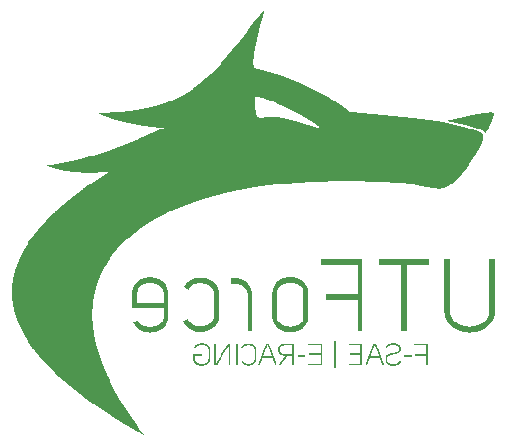
<source format=gbo>
G04*
G04 #@! TF.GenerationSoftware,Altium Limited,Altium Designer,19.0.10 (269)*
G04*
G04 Layer_Color=32896*
%FSLAX25Y25*%
%MOIN*%
G70*
G01*
G75*
G36*
X359536Y252413D02*
X360180D01*
Y252091D01*
Y251769D01*
Y251448D01*
X359858D01*
Y251126D01*
Y250804D01*
Y250483D01*
X359536D01*
Y250161D01*
Y249839D01*
Y249517D01*
X359215D01*
Y249196D01*
Y248874D01*
X358893D01*
Y248552D01*
Y248231D01*
X358571D01*
Y247909D01*
Y247587D01*
Y247266D01*
X358249D01*
Y246944D01*
Y246622D01*
X357928D01*
Y246301D01*
X357606D01*
Y245979D01*
Y245657D01*
X357284D01*
Y245979D01*
X356963D01*
Y246301D01*
X356641D01*
Y246622D01*
X355998D01*
Y246944D01*
X355355D01*
Y247266D01*
X354390D01*
Y247587D01*
X353425D01*
Y247909D01*
X352460D01*
Y248231D01*
X351173D01*
Y248552D01*
X349886D01*
Y248874D01*
X348278D01*
Y249196D01*
X346991D01*
Y249517D01*
X345383D01*
Y249839D01*
X345061D01*
Y250161D01*
X346670D01*
Y250483D01*
X347956D01*
Y250804D01*
X349565D01*
Y251126D01*
X350851D01*
Y251448D01*
X352460D01*
Y251769D01*
X354068D01*
Y252091D01*
X355998D01*
Y252413D01*
X358571D01*
Y252734D01*
X359536D01*
Y252413D01*
D02*
G37*
G36*
X283623Y286188D02*
Y285866D01*
Y285544D01*
X283301D01*
Y285223D01*
Y284901D01*
Y284579D01*
Y284258D01*
X282980D01*
Y283936D01*
Y283614D01*
Y283293D01*
Y282971D01*
X282658D01*
Y282649D01*
Y282328D01*
Y282006D01*
X282336D01*
Y281684D01*
Y281363D01*
Y281041D01*
Y280719D01*
X282015D01*
Y280398D01*
Y280076D01*
Y279754D01*
Y279433D01*
Y279111D01*
X281693D01*
Y278789D01*
Y278467D01*
Y278146D01*
Y277824D01*
X281371D01*
Y277502D01*
Y277181D01*
Y276859D01*
Y276537D01*
Y276216D01*
X281050D01*
Y275894D01*
Y275572D01*
Y275251D01*
Y274929D01*
X280728D01*
Y274607D01*
Y274286D01*
Y273964D01*
Y273642D01*
Y273321D01*
Y272999D01*
X280406D01*
Y272677D01*
Y272356D01*
Y272034D01*
Y271712D01*
Y271391D01*
Y271069D01*
Y270747D01*
Y270426D01*
X280085D01*
Y270104D01*
Y269782D01*
Y269461D01*
Y269139D01*
Y268817D01*
Y268496D01*
X280406D01*
Y268174D01*
Y267852D01*
Y267531D01*
X281050D01*
Y267209D01*
X282336D01*
Y266887D01*
X283623D01*
Y266566D01*
X284588D01*
Y266244D01*
X285875D01*
Y265922D01*
X286840D01*
Y265601D01*
X287483D01*
Y265279D01*
X288448D01*
Y264957D01*
X289413D01*
Y264636D01*
X290378D01*
Y264314D01*
X291021D01*
Y263993D01*
X291986D01*
Y263671D01*
X292630D01*
Y263349D01*
X293595D01*
Y263028D01*
X294238D01*
Y262706D01*
X295203D01*
Y262384D01*
X295846D01*
Y262063D01*
X296490D01*
Y261741D01*
X297455D01*
Y261419D01*
X298098D01*
Y261098D01*
X298741D01*
Y260776D01*
X299385D01*
Y260454D01*
X300028D01*
Y260133D01*
X300671D01*
Y259811D01*
X301315D01*
Y259489D01*
X301958D01*
Y259168D01*
X302601D01*
Y258846D01*
X303245D01*
Y258524D01*
X303888D01*
Y258203D01*
X304531D01*
Y257881D01*
X305175D01*
Y257559D01*
X305496D01*
Y257238D01*
X306140D01*
Y256916D01*
X306783D01*
Y256594D01*
X307105D01*
Y256273D01*
X307748D01*
Y255951D01*
X308070D01*
Y255629D01*
X308713D01*
Y255308D01*
X309035D01*
Y254986D01*
X309678D01*
Y254664D01*
X310000D01*
Y254343D01*
X310321D01*
Y254021D01*
X310965D01*
Y253699D01*
X311286D01*
Y253378D01*
X311608D01*
Y253056D01*
X311930D01*
Y252734D01*
X314503D01*
Y252413D01*
X318041D01*
Y252091D01*
X321580D01*
Y251769D01*
X325118D01*
Y251448D01*
X328335D01*
Y251126D01*
X331551D01*
Y250804D01*
X334768D01*
Y250483D01*
X337341D01*
Y250161D01*
X339915D01*
Y249839D01*
X342166D01*
Y249517D01*
X344096D01*
Y249196D01*
X345383D01*
Y248874D01*
X346670D01*
Y248552D01*
X347956D01*
Y248231D01*
X349243D01*
Y247909D01*
X350530D01*
Y247587D01*
X351495D01*
Y247266D01*
X352460D01*
Y246944D01*
X353746D01*
Y246622D01*
X354711D01*
Y246301D01*
X355355D01*
Y245979D01*
X355998D01*
Y245657D01*
X356319D01*
Y245336D01*
X356641D01*
Y245014D01*
Y244692D01*
Y244371D01*
Y244049D01*
Y243727D01*
Y243406D01*
Y243084D01*
X356319D01*
Y242762D01*
Y242441D01*
Y242119D01*
X355998D01*
Y241797D01*
Y241476D01*
X355676D01*
Y241154D01*
Y240832D01*
X355355D01*
Y240511D01*
Y240189D01*
X355033D01*
Y239867D01*
X354711D01*
Y239546D01*
Y239224D01*
X354390D01*
Y238902D01*
Y238581D01*
X354068D01*
Y238259D01*
Y237937D01*
X353746D01*
Y237616D01*
X353425D01*
Y237294D01*
Y236972D01*
X353103D01*
Y236651D01*
X352781D01*
Y236329D01*
Y236007D01*
X352460D01*
Y235686D01*
X352138D01*
Y235364D01*
Y235043D01*
X351816D01*
Y234721D01*
X351495D01*
Y234399D01*
X351173D01*
Y234078D01*
Y233756D01*
X350851D01*
Y233434D01*
X350530D01*
Y233113D01*
X350208D01*
Y232791D01*
X349886D01*
Y232469D01*
X349565D01*
Y232148D01*
Y231826D01*
X349243D01*
Y231504D01*
X348921D01*
Y231183D01*
X348600D01*
Y230861D01*
X348278D01*
Y230539D01*
X347956D01*
Y230218D01*
X347635D01*
Y229896D01*
X347313D01*
Y229574D01*
X346991D01*
Y229253D01*
X346670D01*
Y228931D01*
X346026D01*
Y228609D01*
X345705D01*
Y228288D01*
X345383D01*
Y227966D01*
X344740D01*
Y227644D01*
X344096D01*
Y227323D01*
X342810D01*
Y227001D01*
X341201D01*
Y227323D01*
X338950D01*
Y227644D01*
X337020D01*
Y227966D01*
X335411D01*
Y228288D01*
X334125D01*
Y228609D01*
X332516D01*
Y228931D01*
X330908D01*
Y229253D01*
X325761D01*
Y229574D01*
X317398D01*
Y229896D01*
X304853D01*
Y229574D01*
X297455D01*
Y229253D01*
X292951D01*
Y228931D01*
X289413D01*
Y228609D01*
X286518D01*
Y228288D01*
X283945D01*
Y227966D01*
X281693D01*
Y227644D01*
X279763D01*
Y227323D01*
X277833D01*
Y227001D01*
X276225D01*
Y226679D01*
X274295D01*
Y226358D01*
X273008D01*
Y226036D01*
X271400D01*
Y225714D01*
X270113D01*
Y225393D01*
X268826D01*
Y225071D01*
X267540D01*
Y224749D01*
X266253D01*
Y224428D01*
X265288D01*
Y224106D01*
X264001D01*
Y223784D01*
X263036D01*
Y223463D01*
X262071D01*
Y223141D01*
X261106D01*
Y222819D01*
X260141D01*
Y222498D01*
X259176D01*
Y222176D01*
X258211D01*
Y221854D01*
X257246D01*
Y221533D01*
X256603D01*
Y221211D01*
X255638D01*
Y220889D01*
X254995D01*
Y220567D01*
X254030D01*
Y220246D01*
X253386D01*
Y219924D01*
X252743D01*
Y219602D01*
X252100D01*
Y219281D01*
X251456D01*
Y218959D01*
X250813D01*
Y218637D01*
X250170D01*
Y218316D01*
X249526D01*
Y217994D01*
X248883D01*
Y217672D01*
X248240D01*
Y217351D01*
X247596D01*
Y217029D01*
X246953D01*
Y216707D01*
X246631D01*
Y216386D01*
X245988D01*
Y216064D01*
X245345D01*
Y215742D01*
X245023D01*
Y215421D01*
X244380D01*
Y215099D01*
X244058D01*
Y214777D01*
X243415D01*
Y214456D01*
X243093D01*
Y214134D01*
X242450D01*
Y213812D01*
X242128D01*
Y213491D01*
X241485D01*
Y213169D01*
X241163D01*
Y212847D01*
X240841D01*
Y212526D01*
X240198D01*
Y212204D01*
X239876D01*
Y211882D01*
X239555D01*
Y211561D01*
X239233D01*
Y211239D01*
X238911D01*
Y210917D01*
X238268D01*
Y210596D01*
X237946D01*
Y210274D01*
X237625D01*
Y209952D01*
X237303D01*
Y209631D01*
X236981D01*
Y209309D01*
X236660D01*
Y208987D01*
X236338D01*
Y208666D01*
X236016D01*
Y208344D01*
X235695D01*
Y208022D01*
X235373D01*
Y207701D01*
X235051D01*
Y207379D01*
X234730D01*
Y207057D01*
Y206736D01*
X234408D01*
Y206414D01*
X234086D01*
Y206093D01*
X233765D01*
Y205771D01*
X233443D01*
Y205449D01*
X233121D01*
Y205128D01*
Y204806D01*
X232800D01*
Y204484D01*
X232478D01*
Y204163D01*
Y203841D01*
X232156D01*
Y203519D01*
X231835D01*
Y203198D01*
X231513D01*
Y202876D01*
Y202554D01*
X231191D01*
Y202233D01*
Y201911D01*
X230870D01*
Y201589D01*
X230548D01*
Y201268D01*
Y200946D01*
X230226D01*
Y200624D01*
Y200303D01*
X229905D01*
Y199981D01*
Y199659D01*
X229583D01*
Y199337D01*
Y199016D01*
X229261D01*
Y198694D01*
Y198372D01*
X228940D01*
Y198051D01*
Y197729D01*
Y197407D01*
X228618D01*
Y197086D01*
Y196764D01*
X228296D01*
Y196442D01*
Y196121D01*
Y195799D01*
X227975D01*
Y195477D01*
Y195156D01*
Y194834D01*
X227653D01*
Y194512D01*
Y194191D01*
Y193869D01*
Y193547D01*
X227331D01*
Y193226D01*
Y192904D01*
Y192582D01*
Y192261D01*
X227010D01*
Y191939D01*
Y191618D01*
Y191296D01*
Y190974D01*
Y190653D01*
Y190331D01*
X226688D01*
Y190009D01*
Y189688D01*
Y189366D01*
Y189044D01*
Y188723D01*
Y188401D01*
Y188079D01*
Y187758D01*
Y187436D01*
Y187114D01*
X226366D01*
Y186793D01*
Y186471D01*
Y186149D01*
Y185828D01*
Y185506D01*
Y185184D01*
Y184862D01*
Y184541D01*
Y184219D01*
Y183897D01*
Y183576D01*
Y183254D01*
X226688D01*
Y182932D01*
Y182611D01*
Y182289D01*
Y181967D01*
Y181646D01*
Y181324D01*
Y181002D01*
Y180681D01*
Y180359D01*
Y180037D01*
X227010D01*
Y179716D01*
Y179394D01*
Y179072D01*
Y178751D01*
Y178429D01*
Y178108D01*
Y177786D01*
X227331D01*
Y177464D01*
Y177143D01*
Y176821D01*
Y176499D01*
Y176178D01*
X227653D01*
Y175856D01*
Y175534D01*
Y175213D01*
Y174891D01*
X227975D01*
Y174569D01*
Y174248D01*
Y173926D01*
Y173604D01*
X228296D01*
Y173283D01*
Y172961D01*
Y172639D01*
X228618D01*
Y172318D01*
Y171996D01*
Y171674D01*
X228940D01*
Y171353D01*
Y171031D01*
Y170709D01*
X229261D01*
Y170387D01*
Y170066D01*
Y169744D01*
X229583D01*
Y169422D01*
Y169101D01*
Y168779D01*
X229905D01*
Y168457D01*
Y168136D01*
X230226D01*
Y167814D01*
Y167492D01*
Y167171D01*
X230548D01*
Y166849D01*
Y166527D01*
X230870D01*
Y166206D01*
Y165884D01*
X231191D01*
Y165562D01*
Y165241D01*
Y164919D01*
X231513D01*
Y164597D01*
Y164276D01*
X231835D01*
Y163954D01*
Y163633D01*
X232156D01*
Y163311D01*
Y162989D01*
X232478D01*
Y162668D01*
Y162346D01*
X232800D01*
Y162024D01*
Y161703D01*
X233121D01*
Y161381D01*
Y161059D01*
X233443D01*
Y160738D01*
Y160416D01*
X233765D01*
Y160094D01*
Y159773D01*
X234086D01*
Y159451D01*
Y159129D01*
X234408D01*
Y158808D01*
X234730D01*
Y158486D01*
Y158164D01*
X235051D01*
Y157843D01*
Y157521D01*
X235373D01*
Y157199D01*
Y156878D01*
X235695D01*
Y156556D01*
X236016D01*
Y156234D01*
Y155912D01*
X236338D01*
Y155591D01*
X236660D01*
Y155269D01*
Y154947D01*
X236981D01*
Y154626D01*
Y154304D01*
X237303D01*
Y153982D01*
X237625D01*
Y153661D01*
Y153339D01*
X237946D01*
Y153017D01*
X238268D01*
Y152696D01*
Y152374D01*
X238590D01*
Y152052D01*
X238911D01*
Y151731D01*
Y151409D01*
X239233D01*
Y151087D01*
X239555D01*
Y150766D01*
Y150444D01*
X239876D01*
Y150122D01*
X240198D01*
Y149801D01*
X240520D01*
Y149479D01*
Y149158D01*
X240841D01*
Y148836D01*
X241163D01*
Y148514D01*
Y148193D01*
X241485D01*
Y147871D01*
X241806D01*
Y147549D01*
X242128D01*
Y147228D01*
Y146906D01*
X242450D01*
Y146584D01*
X242771D01*
Y146263D01*
X243093D01*
Y145941D01*
Y145619D01*
X243415D01*
Y145298D01*
X243736D01*
Y144976D01*
X243415D01*
Y145298D01*
X242771D01*
Y145619D01*
X242450D01*
Y145941D01*
X241806D01*
Y146263D01*
X241163D01*
Y146584D01*
X240520D01*
Y146906D01*
X240198D01*
Y147228D01*
X239555D01*
Y147549D01*
X238911D01*
Y147871D01*
X238590D01*
Y148193D01*
X237946D01*
Y148514D01*
X237303D01*
Y148836D01*
X236660D01*
Y149158D01*
X236338D01*
Y149479D01*
X235695D01*
Y149801D01*
X235373D01*
Y150122D01*
X234730D01*
Y150444D01*
X234086D01*
Y150766D01*
X233765D01*
Y151087D01*
X233121D01*
Y151409D01*
X232800D01*
Y151731D01*
X232156D01*
Y152052D01*
X231513D01*
Y152374D01*
X231191D01*
Y152696D01*
X230548D01*
Y153017D01*
X230226D01*
Y153339D01*
X229583D01*
Y153661D01*
X229261D01*
Y153982D01*
X228618D01*
Y154304D01*
X228296D01*
Y154626D01*
X227653D01*
Y154947D01*
X227331D01*
Y155269D01*
X227010D01*
Y155591D01*
X226366D01*
Y155912D01*
X226045D01*
Y156234D01*
X225401D01*
Y156556D01*
X225080D01*
Y156878D01*
X224758D01*
Y157199D01*
X224115D01*
Y157521D01*
X223793D01*
Y157843D01*
X223150D01*
Y158164D01*
X222828D01*
Y158486D01*
X222506D01*
Y158808D01*
X221863D01*
Y159129D01*
X221541D01*
Y159451D01*
X221220D01*
Y159773D01*
X220898D01*
Y160094D01*
X220255D01*
Y160416D01*
X219933D01*
Y160738D01*
X219611D01*
Y161059D01*
X219290D01*
Y161381D01*
X218646D01*
Y161703D01*
X218325D01*
Y162024D01*
X218003D01*
Y162346D01*
X217681D01*
Y162668D01*
X217360D01*
Y162989D01*
X216716D01*
Y163311D01*
X216395D01*
Y163633D01*
X216073D01*
Y163954D01*
X215751D01*
Y164276D01*
X215430D01*
Y164597D01*
X215108D01*
Y164919D01*
X214786D01*
Y165241D01*
X214465D01*
Y165562D01*
X214143D01*
Y165884D01*
X213821D01*
Y166206D01*
X213500D01*
Y166527D01*
X213178D01*
Y166849D01*
X212856D01*
Y167171D01*
X212535D01*
Y167492D01*
X212213D01*
Y167814D01*
X211891D01*
Y168136D01*
X211570D01*
Y168457D01*
X211248D01*
Y168779D01*
X210926D01*
Y169101D01*
X210605D01*
Y169422D01*
X210283D01*
Y169744D01*
X209961D01*
Y170066D01*
X209640D01*
Y170387D01*
X209318D01*
Y170709D01*
X208996D01*
Y171031D01*
X208675D01*
Y171353D01*
Y171674D01*
X208353D01*
Y171996D01*
X208031D01*
Y172318D01*
X207710D01*
Y172639D01*
X207388D01*
Y172961D01*
Y173283D01*
X207066D01*
Y173604D01*
X206745D01*
Y173926D01*
X206423D01*
Y174248D01*
Y174569D01*
X206101D01*
Y174891D01*
X205780D01*
Y175213D01*
Y175534D01*
X205458D01*
Y175856D01*
X205136D01*
Y176178D01*
Y176499D01*
X204815D01*
Y176821D01*
X204493D01*
Y177143D01*
Y177464D01*
X204171D01*
Y177786D01*
X203850D01*
Y178108D01*
Y178429D01*
X203528D01*
Y178751D01*
Y179072D01*
X203206D01*
Y179394D01*
Y179716D01*
X202885D01*
Y180037D01*
Y180359D01*
X202563D01*
Y180681D01*
Y181002D01*
X202241D01*
Y181324D01*
Y181646D01*
X201920D01*
Y181967D01*
Y182289D01*
X201598D01*
Y182611D01*
Y182932D01*
Y183254D01*
X201276D01*
Y183576D01*
Y183897D01*
Y184219D01*
X200955D01*
Y184541D01*
Y184862D01*
Y185184D01*
X200633D01*
Y185506D01*
Y185828D01*
Y186149D01*
X200311D01*
Y186471D01*
Y186793D01*
Y187114D01*
Y187436D01*
Y187758D01*
X199990D01*
Y188079D01*
Y188401D01*
Y188723D01*
Y189044D01*
Y189366D01*
Y189688D01*
X199668D01*
Y190009D01*
Y190331D01*
Y190653D01*
Y190974D01*
Y191296D01*
Y191618D01*
Y191939D01*
Y192261D01*
Y192582D01*
Y192904D01*
Y193226D01*
Y193547D01*
Y193869D01*
Y194191D01*
Y194512D01*
Y194834D01*
Y195156D01*
Y195477D01*
Y195799D01*
X199990D01*
Y196121D01*
Y196442D01*
Y196764D01*
Y197086D01*
Y197407D01*
Y197729D01*
X200311D01*
Y198051D01*
Y198372D01*
Y198694D01*
Y199016D01*
X200633D01*
Y199337D01*
Y199659D01*
Y199981D01*
Y200303D01*
X200955D01*
Y200624D01*
Y200946D01*
Y201268D01*
X201276D01*
Y201589D01*
Y201911D01*
Y202233D01*
X201598D01*
Y202554D01*
Y202876D01*
X201920D01*
Y203198D01*
Y203519D01*
Y203841D01*
X202241D01*
Y204163D01*
Y204484D01*
X202563D01*
Y204806D01*
Y205128D01*
X202885D01*
Y205449D01*
Y205771D01*
X203206D01*
Y206093D01*
Y206414D01*
X203528D01*
Y206736D01*
Y207057D01*
X203850D01*
Y207379D01*
X204171D01*
Y207701D01*
Y208022D01*
X204493D01*
Y208344D01*
X204815D01*
Y208666D01*
Y208987D01*
X205136D01*
Y209309D01*
Y209631D01*
X205458D01*
Y209952D01*
X205780D01*
Y210274D01*
X206101D01*
Y210596D01*
Y210917D01*
X206423D01*
Y211239D01*
X206745D01*
Y211561D01*
X207066D01*
Y211882D01*
Y212204D01*
X207388D01*
Y212526D01*
X207710D01*
Y212847D01*
X208031D01*
Y213169D01*
X208353D01*
Y213491D01*
Y213812D01*
X208675D01*
Y214134D01*
X208996D01*
Y214456D01*
X209318D01*
Y214777D01*
X209640D01*
Y215099D01*
X209961D01*
Y215421D01*
X210283D01*
Y215742D01*
X210605D01*
Y216064D01*
X210926D01*
Y216386D01*
Y216707D01*
X211248D01*
Y217029D01*
X211570D01*
Y217351D01*
X211891D01*
Y217672D01*
X212213D01*
Y217994D01*
X212535D01*
Y218316D01*
X212856D01*
Y218637D01*
X213178D01*
Y218959D01*
X213821D01*
Y219281D01*
X214143D01*
Y219602D01*
X214465D01*
Y219924D01*
X214786D01*
Y220246D01*
X215108D01*
Y220567D01*
X215430D01*
Y220889D01*
X215751D01*
Y221211D01*
X216073D01*
Y221533D01*
X216395D01*
Y221854D01*
X217038D01*
Y222176D01*
X217360D01*
Y222498D01*
X217681D01*
Y222819D01*
X218003D01*
Y223141D01*
X218325D01*
Y223463D01*
X218968D01*
Y223784D01*
X219290D01*
Y224106D01*
X219611D01*
Y224428D01*
X219933D01*
Y224749D01*
X220576D01*
Y225071D01*
X220898D01*
Y225393D01*
X221220D01*
Y225714D01*
X221863D01*
Y226036D01*
X222185D01*
Y226358D01*
X222506D01*
Y226679D01*
X223150D01*
Y227001D01*
X223471D01*
Y227323D01*
X224115D01*
Y227644D01*
X224436D01*
Y227966D01*
X224758D01*
Y228288D01*
X225401D01*
Y228609D01*
X225723D01*
Y228931D01*
X226366D01*
Y229253D01*
X226688D01*
Y229574D01*
X227331D01*
Y229896D01*
X227653D01*
Y230218D01*
X228296D01*
Y230539D01*
X228618D01*
Y230861D01*
X229261D01*
Y231183D01*
X229583D01*
Y231504D01*
X230226D01*
Y231826D01*
X230548D01*
Y232148D01*
X231191D01*
Y232469D01*
X231513D01*
Y232791D01*
X228296D01*
Y232469D01*
X222506D01*
Y232791D01*
X218968D01*
Y233113D01*
X216716D01*
Y233434D01*
X215430D01*
Y233756D01*
X214143D01*
Y234078D01*
X212856D01*
Y234399D01*
X211891D01*
Y234721D01*
X211248D01*
Y235043D01*
X213500D01*
Y235364D01*
X215430D01*
Y235686D01*
X217038D01*
Y236007D01*
X218646D01*
Y236329D01*
X220255D01*
Y236651D01*
X221541D01*
Y236972D01*
X222828D01*
Y237294D01*
X224115D01*
Y237616D01*
X225080D01*
Y237937D01*
X226366D01*
Y238259D01*
X227331D01*
Y238581D01*
X228296D01*
Y238902D01*
X229261D01*
Y239224D01*
X230226D01*
Y239546D01*
X231191D01*
Y239867D01*
X232156D01*
Y240189D01*
X233121D01*
Y240511D01*
X234086D01*
Y240832D01*
X234730D01*
Y241154D01*
X235695D01*
Y241476D01*
X236660D01*
Y241797D01*
X237303D01*
Y242119D01*
X238268D01*
Y242441D01*
X238911D01*
Y242762D01*
X239876D01*
Y243084D01*
X240520D01*
Y243406D01*
X241485D01*
Y243727D01*
X242128D01*
Y244049D01*
X242771D01*
Y244371D01*
X243736D01*
Y244692D01*
X244380D01*
Y245014D01*
X245023D01*
Y245336D01*
X245666D01*
Y245657D01*
X246631D01*
Y245979D01*
X247275D01*
Y246301D01*
X247918D01*
Y246622D01*
X248561D01*
Y246944D01*
X249205D01*
Y247266D01*
X250170D01*
Y247587D01*
X247596D01*
Y247909D01*
X245023D01*
Y248231D01*
X242771D01*
Y248552D01*
X240841D01*
Y248874D01*
X239233D01*
Y249196D01*
X237625D01*
Y249517D01*
X236338D01*
Y249839D01*
X235051D01*
Y250161D01*
X233765D01*
Y250483D01*
X232800D01*
Y250804D01*
X231835D01*
Y251126D01*
X230870D01*
Y251448D01*
X229905D01*
Y251769D01*
X229261D01*
Y252091D01*
X228618D01*
Y252413D01*
X232478D01*
Y252734D01*
X237303D01*
Y253056D01*
X239876D01*
Y253378D01*
X242128D01*
Y253699D01*
X243736D01*
Y254021D01*
X245345D01*
Y254343D01*
X246631D01*
Y254664D01*
X247918D01*
Y254986D01*
X248883D01*
Y255308D01*
X249848D01*
Y255629D01*
X250813D01*
Y255951D01*
X251778D01*
Y256273D01*
X252421D01*
Y256594D01*
X253386D01*
Y256916D01*
X254030D01*
Y257238D01*
X254673D01*
Y257559D01*
X255316D01*
Y257881D01*
X255960D01*
Y258203D01*
X256603D01*
Y258524D01*
X257246D01*
Y258846D01*
X257568D01*
Y259168D01*
X258211D01*
Y259489D01*
X258855D01*
Y259811D01*
X259176D01*
Y260133D01*
X259820D01*
Y260454D01*
X260141D01*
Y260776D01*
X260463D01*
Y261098D01*
X261106D01*
Y261419D01*
X261428D01*
Y261741D01*
X261750D01*
Y262063D01*
X262393D01*
Y262384D01*
X262715D01*
Y262706D01*
X263036D01*
Y263028D01*
X263358D01*
Y263349D01*
X263680D01*
Y263671D01*
X264001D01*
Y263993D01*
X264645D01*
Y264314D01*
X264966D01*
Y264636D01*
X265288D01*
Y264957D01*
X265610D01*
Y265279D01*
X265931D01*
Y265601D01*
X266253D01*
Y265922D01*
X266575D01*
Y266244D01*
X266896D01*
Y266566D01*
X267218D01*
Y266887D01*
X267540D01*
Y267209D01*
X267861D01*
Y267531D01*
X268183D01*
Y267852D01*
X268505D01*
Y268174D01*
X268826D01*
Y268496D01*
X269148D01*
Y268817D01*
Y269139D01*
X269470D01*
Y269461D01*
X269791D01*
Y269782D01*
X270113D01*
Y270104D01*
X270435D01*
Y270426D01*
X270756D01*
Y270747D01*
X271078D01*
Y271069D01*
X271400D01*
Y271391D01*
Y271712D01*
X271721D01*
Y272034D01*
X272043D01*
Y272356D01*
X272365D01*
Y272677D01*
X272686D01*
Y272999D01*
X273008D01*
Y273321D01*
Y273642D01*
X273330D01*
Y273964D01*
X273651D01*
Y274286D01*
X273973D01*
Y274607D01*
X274295D01*
Y274929D01*
Y275251D01*
X274616D01*
Y275572D01*
X274938D01*
Y275894D01*
X275260D01*
Y276216D01*
X275581D01*
Y276537D01*
Y276859D01*
X275903D01*
Y277181D01*
X276225D01*
Y277502D01*
X276546D01*
Y277824D01*
X276868D01*
Y278146D01*
Y278467D01*
X277190D01*
Y278789D01*
X277511D01*
Y279111D01*
X277833D01*
Y279433D01*
Y279754D01*
X278155D01*
Y280076D01*
X278476D01*
Y280398D01*
X278798D01*
Y280719D01*
X279120D01*
Y281041D01*
Y281363D01*
X279441D01*
Y281684D01*
X279763D01*
Y282006D01*
X280085D01*
Y282328D01*
Y282649D01*
X280406D01*
Y282971D01*
X280728D01*
Y283293D01*
X281050D01*
Y283614D01*
X281371D01*
Y283936D01*
Y284258D01*
X281693D01*
Y284579D01*
X282015D01*
Y284901D01*
X282336D01*
Y285223D01*
Y285544D01*
X282658D01*
Y285866D01*
X282980D01*
Y286188D01*
X283301D01*
Y286509D01*
X283623D01*
Y286188D01*
D02*
G37*
G36*
X264645Y197086D02*
X265288D01*
Y196764D01*
X265931D01*
Y196442D01*
X266575D01*
Y196121D01*
X266896D01*
Y195799D01*
X267218D01*
Y195477D01*
X267540D01*
Y195156D01*
X267861D01*
Y194834D01*
Y194512D01*
X268183D01*
Y194191D01*
Y193869D01*
Y193547D01*
X268505D01*
Y193226D01*
Y192904D01*
Y192582D01*
Y192261D01*
Y191939D01*
Y191618D01*
Y191296D01*
Y190974D01*
Y190653D01*
Y190331D01*
Y190009D01*
Y189688D01*
Y189366D01*
Y189044D01*
Y188723D01*
Y188401D01*
Y188079D01*
Y187758D01*
Y187436D01*
Y187114D01*
Y186793D01*
Y186471D01*
Y186149D01*
Y185828D01*
Y185506D01*
Y185184D01*
Y184862D01*
Y184541D01*
Y184219D01*
Y183897D01*
Y183576D01*
Y183254D01*
X268183D01*
Y182932D01*
Y182611D01*
Y182289D01*
X267861D01*
Y181967D01*
X267540D01*
Y181646D01*
Y181324D01*
X267218D01*
Y181002D01*
X266575D01*
Y180681D01*
X266253D01*
Y180359D01*
X265610D01*
Y180037D01*
X264966D01*
Y179716D01*
X264001D01*
Y179394D01*
X260785D01*
Y179716D01*
X259820D01*
Y180037D01*
X259176D01*
Y180359D01*
X258533D01*
Y180681D01*
X258211D01*
Y181002D01*
X257890D01*
Y181324D01*
X257568D01*
Y181646D01*
X257246D01*
Y181967D01*
X256925D01*
Y182289D01*
Y182611D01*
X256603D01*
Y182932D01*
Y183254D01*
X257246D01*
Y183576D01*
X257890D01*
Y183897D01*
X258211D01*
Y183576D01*
Y183254D01*
X258533D01*
Y182932D01*
X258855D01*
Y182611D01*
X259176D01*
Y182289D01*
X259498D01*
Y181967D01*
X260141D01*
Y181646D01*
X260785D01*
Y181324D01*
X264001D01*
Y181646D01*
X264966D01*
Y181967D01*
X265288D01*
Y182289D01*
X265931D01*
Y182611D01*
X266253D01*
Y182932D01*
Y183254D01*
X266575D01*
Y183576D01*
Y183897D01*
X266896D01*
Y184219D01*
Y184541D01*
Y184862D01*
Y185184D01*
Y185506D01*
Y185828D01*
Y186149D01*
Y186471D01*
Y186793D01*
Y187114D01*
Y187436D01*
Y187758D01*
Y188079D01*
Y188401D01*
Y188723D01*
Y189044D01*
Y189366D01*
Y189688D01*
Y190009D01*
Y190331D01*
Y190653D01*
Y190974D01*
Y191296D01*
Y191618D01*
Y191939D01*
Y192261D01*
Y192582D01*
Y192904D01*
Y193226D01*
X266575D01*
Y193547D01*
Y193869D01*
X266253D01*
Y194191D01*
X265931D01*
Y194512D01*
X265610D01*
Y194834D01*
X265288D01*
Y195156D01*
X264645D01*
Y195477D01*
X263358D01*
Y195799D01*
X261428D01*
Y195477D01*
X260141D01*
Y195156D01*
X259498D01*
Y194834D01*
X259176D01*
Y194512D01*
X258855D01*
Y194191D01*
X258533D01*
Y193869D01*
Y193547D01*
X258211D01*
Y193869D01*
X257568D01*
Y194191D01*
X257246D01*
Y194512D01*
X256925D01*
Y194834D01*
X257246D01*
Y195156D01*
X257568D01*
Y195477D01*
Y195799D01*
X257890D01*
Y196121D01*
X258533D01*
Y196442D01*
X258855D01*
Y196764D01*
X259498D01*
Y197086D01*
X260463D01*
Y197407D01*
X264645D01*
Y197086D01*
D02*
G37*
G36*
X360501Y203519D02*
Y203198D01*
Y202876D01*
Y202554D01*
Y202233D01*
Y201911D01*
Y201589D01*
Y201268D01*
Y200946D01*
Y200624D01*
Y200303D01*
Y199981D01*
Y199659D01*
Y199337D01*
Y199016D01*
Y198694D01*
Y198372D01*
Y198051D01*
Y197729D01*
Y197407D01*
Y197086D01*
Y196764D01*
Y196442D01*
Y196121D01*
Y195799D01*
Y195477D01*
Y195156D01*
Y194834D01*
Y194512D01*
Y194191D01*
Y193869D01*
Y193547D01*
Y193226D01*
Y192904D01*
Y192582D01*
Y192261D01*
Y191939D01*
Y191618D01*
Y191296D01*
Y190974D01*
Y190653D01*
Y190331D01*
Y190009D01*
Y189688D01*
Y189366D01*
Y189044D01*
Y188723D01*
Y188401D01*
Y188079D01*
Y187758D01*
Y187436D01*
Y187114D01*
Y186793D01*
Y186471D01*
Y186149D01*
Y185828D01*
Y185506D01*
Y185184D01*
Y184862D01*
X360180D01*
Y184541D01*
Y184219D01*
Y183897D01*
X359858D01*
Y183576D01*
Y183254D01*
X359536D01*
Y182932D01*
Y182611D01*
X359215D01*
Y182289D01*
X358893D01*
Y181967D01*
X358571D01*
Y181646D01*
X358249D01*
Y181324D01*
X357928D01*
Y181002D01*
X357606D01*
Y180681D01*
X357284D01*
Y180359D01*
X356641D01*
Y180037D01*
X355998D01*
Y179716D01*
X355033D01*
Y179394D01*
X352781D01*
Y179072D01*
X351495D01*
Y179394D01*
X349565D01*
Y179716D01*
X348600D01*
Y180037D01*
X347956D01*
Y180359D01*
X347313D01*
Y180681D01*
X346670D01*
Y181002D01*
X346348D01*
Y181324D01*
X346026D01*
Y181646D01*
X345705D01*
Y181967D01*
X345383D01*
Y182289D01*
X345061D01*
Y182611D01*
Y182932D01*
X344740D01*
Y183254D01*
Y183576D01*
X344418D01*
Y183897D01*
Y184219D01*
X344096D01*
Y184541D01*
Y184862D01*
Y185184D01*
Y185506D01*
Y185828D01*
X343775D01*
Y186149D01*
Y186471D01*
Y186793D01*
Y187114D01*
Y187436D01*
Y187758D01*
Y188079D01*
Y188401D01*
Y188723D01*
Y189044D01*
Y189366D01*
Y189688D01*
Y190009D01*
Y190331D01*
Y190653D01*
Y190974D01*
Y191296D01*
Y191618D01*
Y191939D01*
Y192261D01*
Y192582D01*
Y192904D01*
Y193226D01*
Y193547D01*
Y193869D01*
Y194191D01*
Y194512D01*
Y194834D01*
Y195156D01*
Y195477D01*
Y195799D01*
Y196121D01*
Y196442D01*
Y196764D01*
Y197086D01*
Y197407D01*
Y197729D01*
Y198051D01*
Y198372D01*
Y198694D01*
Y199016D01*
Y199337D01*
Y199659D01*
Y199981D01*
Y200303D01*
Y200624D01*
Y200946D01*
Y201268D01*
Y201589D01*
Y201911D01*
Y202233D01*
Y202554D01*
Y202876D01*
Y203198D01*
Y203519D01*
Y203841D01*
X345705D01*
Y203519D01*
Y203198D01*
Y202876D01*
Y202554D01*
Y202233D01*
Y201911D01*
Y201589D01*
Y201268D01*
Y200946D01*
Y200624D01*
Y200303D01*
Y199981D01*
Y199659D01*
Y199337D01*
Y199016D01*
Y198694D01*
Y198372D01*
Y198051D01*
Y197729D01*
Y197407D01*
Y197086D01*
Y196764D01*
Y196442D01*
Y196121D01*
Y195799D01*
Y195477D01*
Y195156D01*
Y194834D01*
Y194512D01*
Y194191D01*
Y193869D01*
Y193547D01*
Y193226D01*
Y192904D01*
Y192582D01*
Y192261D01*
Y191939D01*
Y191618D01*
Y191296D01*
Y190974D01*
Y190653D01*
Y190331D01*
Y190009D01*
Y189688D01*
Y189366D01*
Y189044D01*
Y188723D01*
Y188401D01*
Y188079D01*
Y187758D01*
Y187436D01*
Y187114D01*
Y186793D01*
Y186471D01*
Y186149D01*
Y185828D01*
Y185506D01*
Y185184D01*
X346026D01*
Y184862D01*
Y184541D01*
X346348D01*
Y184219D01*
Y183897D01*
X346670D01*
Y183576D01*
Y183254D01*
X346991D01*
Y182932D01*
X347313D01*
Y182611D01*
X347956D01*
Y182289D01*
X348278D01*
Y181967D01*
X348921D01*
Y181646D01*
X349886D01*
Y181324D01*
X351495D01*
Y181002D01*
X352781D01*
Y181324D01*
X354390D01*
Y181646D01*
X355355D01*
Y181967D01*
X355998D01*
Y182289D01*
X356641D01*
Y182611D01*
X356963D01*
Y182932D01*
X357284D01*
Y183254D01*
X357606D01*
Y183576D01*
X357928D01*
Y183897D01*
Y184219D01*
X358249D01*
Y184541D01*
Y184862D01*
X358571D01*
Y185184D01*
Y185506D01*
Y185828D01*
Y186149D01*
Y186471D01*
Y186793D01*
Y187114D01*
Y187436D01*
Y187758D01*
Y188079D01*
Y188401D01*
Y188723D01*
Y189044D01*
Y189366D01*
Y189688D01*
Y190009D01*
Y190331D01*
Y190653D01*
Y190974D01*
Y191296D01*
Y191618D01*
Y191939D01*
Y192261D01*
Y192582D01*
Y192904D01*
Y193226D01*
Y193547D01*
Y193869D01*
Y194191D01*
Y194512D01*
Y194834D01*
Y195156D01*
Y195477D01*
Y195799D01*
Y196121D01*
Y196442D01*
Y196764D01*
Y197086D01*
Y197407D01*
Y197729D01*
Y198051D01*
Y198372D01*
Y198694D01*
Y199016D01*
Y199337D01*
Y199659D01*
Y199981D01*
Y200303D01*
Y200624D01*
Y200946D01*
Y201268D01*
Y201589D01*
Y201911D01*
Y202233D01*
Y202554D01*
Y202876D01*
Y203198D01*
Y203519D01*
Y203841D01*
X360501D01*
Y203519D01*
D02*
G37*
G36*
X246631Y197407D02*
X247918D01*
Y197086D01*
X248883D01*
Y196764D01*
X249205D01*
Y196442D01*
X249848D01*
Y196121D01*
X250170D01*
Y195799D01*
X250491D01*
Y195477D01*
X250813D01*
Y195156D01*
X251135D01*
Y194834D01*
Y194512D01*
X251456D01*
Y194191D01*
Y193869D01*
Y193547D01*
X251778D01*
Y193226D01*
Y192904D01*
Y192582D01*
Y192261D01*
Y191939D01*
Y191618D01*
Y191296D01*
Y190974D01*
Y190653D01*
Y190331D01*
Y190009D01*
Y189688D01*
Y189366D01*
Y189044D01*
Y188723D01*
Y188401D01*
Y188079D01*
Y187758D01*
Y187436D01*
Y187114D01*
Y186793D01*
Y186471D01*
Y186149D01*
Y185828D01*
Y185506D01*
Y185184D01*
Y184862D01*
Y184541D01*
Y184219D01*
Y183897D01*
Y183576D01*
Y183254D01*
X251456D01*
Y182932D01*
Y182611D01*
Y182289D01*
X251135D01*
Y181967D01*
Y181646D01*
X250813D01*
Y181324D01*
X250491D01*
Y181002D01*
X250170D01*
Y180681D01*
X249848D01*
Y180359D01*
X249205D01*
Y180037D01*
X248561D01*
Y179716D01*
X247918D01*
Y179394D01*
X245988D01*
Y179072D01*
X245345D01*
Y179394D01*
X243415D01*
Y179716D01*
X242771D01*
Y180037D01*
X242128D01*
Y180359D01*
X241485D01*
Y180681D01*
X241163D01*
Y181002D01*
X240841D01*
Y181324D01*
X240520D01*
Y181646D01*
Y181967D01*
X240198D01*
Y182289D01*
X239876D01*
Y182611D01*
X240198D01*
Y182932D01*
X240841D01*
Y183254D01*
X241806D01*
Y182932D01*
Y182611D01*
X242128D01*
Y182289D01*
X242450D01*
Y181967D01*
X242771D01*
Y181646D01*
X243415D01*
Y181324D01*
X244701D01*
Y181002D01*
X246631D01*
Y181324D01*
X247918D01*
Y181646D01*
X248561D01*
Y181967D01*
X248883D01*
Y182289D01*
X249205D01*
Y182611D01*
X249526D01*
Y182932D01*
X249848D01*
Y183254D01*
Y183576D01*
Y183897D01*
X250170D01*
Y184219D01*
Y184541D01*
Y184862D01*
Y185184D01*
Y185506D01*
Y185828D01*
Y186149D01*
Y186471D01*
Y186793D01*
Y187114D01*
Y187436D01*
X239555D01*
Y187758D01*
Y188079D01*
Y188401D01*
Y188723D01*
Y189044D01*
Y189366D01*
Y189688D01*
Y190009D01*
Y190331D01*
Y190653D01*
Y190974D01*
Y191296D01*
Y191618D01*
Y191939D01*
Y192261D01*
Y192582D01*
Y192904D01*
Y193226D01*
Y193547D01*
X239876D01*
Y193869D01*
Y194191D01*
Y194512D01*
X240198D01*
Y194834D01*
Y195156D01*
X240520D01*
Y195477D01*
X240841D01*
Y195799D01*
X241163D01*
Y196121D01*
X241485D01*
Y196442D01*
X242128D01*
Y196764D01*
X242450D01*
Y197086D01*
X243415D01*
Y197407D01*
X244701D01*
Y197729D01*
X246631D01*
Y197407D01*
D02*
G37*
G36*
X338628Y203519D02*
Y203198D01*
Y202876D01*
Y202554D01*
Y202233D01*
Y201911D01*
X331230D01*
Y201589D01*
Y201268D01*
Y200946D01*
Y200624D01*
Y200303D01*
Y199981D01*
Y199659D01*
Y199337D01*
Y199016D01*
Y198694D01*
Y198372D01*
Y198051D01*
Y197729D01*
Y197407D01*
Y197086D01*
Y196764D01*
Y196442D01*
Y196121D01*
Y195799D01*
Y195477D01*
Y195156D01*
Y194834D01*
Y194512D01*
Y194191D01*
Y193869D01*
Y193547D01*
Y193226D01*
Y192904D01*
Y192582D01*
Y192261D01*
Y191939D01*
Y191618D01*
Y191296D01*
Y190974D01*
Y190653D01*
Y190331D01*
Y190009D01*
Y189688D01*
Y189366D01*
Y189044D01*
Y188723D01*
Y188401D01*
Y188079D01*
Y187758D01*
Y187436D01*
Y187114D01*
Y186793D01*
Y186471D01*
Y186149D01*
Y185828D01*
Y185506D01*
Y185184D01*
Y184862D01*
Y184541D01*
Y184219D01*
Y183897D01*
Y183576D01*
Y183254D01*
Y182932D01*
Y182611D01*
Y182289D01*
Y181967D01*
Y181646D01*
Y181324D01*
Y181002D01*
Y180681D01*
Y180359D01*
Y180037D01*
Y179716D01*
X329300D01*
Y180037D01*
Y180359D01*
Y180681D01*
Y181002D01*
Y181324D01*
Y181646D01*
Y181967D01*
Y182289D01*
Y182611D01*
Y182932D01*
Y183254D01*
Y183576D01*
Y183897D01*
Y184219D01*
Y184541D01*
Y184862D01*
Y185184D01*
Y185506D01*
Y185828D01*
Y186149D01*
Y186471D01*
Y186793D01*
Y187114D01*
Y187436D01*
Y187758D01*
Y188079D01*
Y188401D01*
Y188723D01*
Y189044D01*
Y189366D01*
Y189688D01*
Y190009D01*
Y190331D01*
Y190653D01*
Y190974D01*
Y191296D01*
Y191618D01*
Y191939D01*
Y192261D01*
Y192582D01*
Y192904D01*
Y193226D01*
Y193547D01*
Y193869D01*
Y194191D01*
Y194512D01*
Y194834D01*
Y195156D01*
Y195477D01*
Y195799D01*
Y196121D01*
Y196442D01*
Y196764D01*
Y197086D01*
Y197407D01*
Y197729D01*
Y198051D01*
Y198372D01*
Y198694D01*
Y199016D01*
Y199337D01*
Y199659D01*
Y199981D01*
Y200303D01*
Y200624D01*
Y200946D01*
Y201268D01*
Y201589D01*
Y201911D01*
X321901D01*
Y202233D01*
Y202554D01*
Y202876D01*
Y203198D01*
Y203519D01*
Y203841D01*
X338628D01*
Y203519D01*
D02*
G37*
G36*
X316433D02*
Y203198D01*
Y202876D01*
Y202554D01*
Y202233D01*
Y201911D01*
Y201589D01*
Y201268D01*
Y200946D01*
Y200624D01*
Y200303D01*
Y199981D01*
Y199659D01*
Y199337D01*
Y199016D01*
Y198694D01*
Y198372D01*
Y198051D01*
Y197729D01*
Y197407D01*
Y197086D01*
Y196764D01*
Y196442D01*
Y196121D01*
Y195799D01*
Y195477D01*
Y195156D01*
Y194834D01*
Y194512D01*
Y194191D01*
Y193869D01*
Y193547D01*
Y193226D01*
Y192904D01*
Y192582D01*
Y192261D01*
Y191939D01*
Y191618D01*
Y191296D01*
Y190974D01*
Y190653D01*
Y190331D01*
Y190009D01*
Y189688D01*
Y189366D01*
Y189044D01*
Y188723D01*
Y188401D01*
Y188079D01*
Y187758D01*
Y187436D01*
Y187114D01*
Y186793D01*
Y186471D01*
Y186149D01*
Y185828D01*
Y185506D01*
Y185184D01*
Y184862D01*
Y184541D01*
Y184219D01*
Y183897D01*
Y183576D01*
Y183254D01*
Y182932D01*
Y182611D01*
Y182289D01*
Y181967D01*
Y181646D01*
Y181324D01*
Y181002D01*
Y180681D01*
Y180359D01*
Y180037D01*
Y179716D01*
X314825D01*
Y180037D01*
Y180359D01*
Y180681D01*
Y181002D01*
Y181324D01*
Y181646D01*
Y181967D01*
Y182289D01*
Y182611D01*
Y182932D01*
Y183254D01*
Y183576D01*
Y183897D01*
Y184219D01*
Y184541D01*
Y184862D01*
Y185184D01*
Y185506D01*
Y185828D01*
Y186149D01*
Y186471D01*
Y186793D01*
Y187114D01*
Y187436D01*
Y187758D01*
Y188079D01*
Y188401D01*
Y188723D01*
Y189044D01*
Y189366D01*
Y189688D01*
Y190009D01*
X304210D01*
Y190331D01*
Y190653D01*
Y190974D01*
Y191296D01*
Y191618D01*
Y191939D01*
X314825D01*
Y192261D01*
Y192582D01*
Y192904D01*
Y193226D01*
Y193547D01*
Y193869D01*
Y194191D01*
Y194512D01*
Y194834D01*
Y195156D01*
Y195477D01*
Y195799D01*
Y196121D01*
Y196442D01*
Y196764D01*
Y197086D01*
Y197407D01*
Y197729D01*
Y198051D01*
Y198372D01*
Y198694D01*
Y199016D01*
Y199337D01*
Y199659D01*
Y199981D01*
Y200303D01*
Y200624D01*
Y200946D01*
Y201268D01*
Y201589D01*
Y201911D01*
X302601D01*
Y202233D01*
Y202554D01*
Y202876D01*
Y203198D01*
Y203519D01*
Y203841D01*
X316433D01*
Y203519D01*
D02*
G37*
G36*
X275260Y197086D02*
X276225D01*
Y196764D01*
X276868D01*
Y196442D01*
X277511D01*
Y196121D01*
X277833D01*
Y195799D01*
X278155D01*
Y195477D01*
X278476D01*
Y195156D01*
X278798D01*
Y194834D01*
X279120D01*
Y194512D01*
Y194191D01*
X279441D01*
Y193869D01*
Y193547D01*
Y193226D01*
X279763D01*
Y192904D01*
Y192582D01*
Y192261D01*
Y191939D01*
Y191618D01*
Y191296D01*
Y190974D01*
Y190653D01*
Y190331D01*
Y190009D01*
Y189688D01*
Y189366D01*
Y189044D01*
Y188723D01*
Y188401D01*
Y188079D01*
Y187758D01*
Y187436D01*
Y187114D01*
Y186793D01*
Y186471D01*
Y186149D01*
Y185828D01*
Y185506D01*
Y185184D01*
Y184862D01*
Y184541D01*
Y184219D01*
Y183897D01*
Y183576D01*
Y183254D01*
Y182932D01*
Y182611D01*
Y182289D01*
Y181967D01*
Y181646D01*
Y181324D01*
Y181002D01*
Y180681D01*
Y180359D01*
Y180037D01*
Y179716D01*
X278155D01*
Y180037D01*
Y180359D01*
Y180681D01*
Y181002D01*
Y181324D01*
Y181646D01*
Y181967D01*
Y182289D01*
Y182611D01*
Y182932D01*
Y183254D01*
Y183576D01*
Y183897D01*
Y184219D01*
Y184541D01*
Y184862D01*
Y185184D01*
Y185506D01*
Y185828D01*
Y186149D01*
Y186471D01*
Y186793D01*
Y187114D01*
Y187436D01*
Y187758D01*
Y188079D01*
Y188401D01*
Y188723D01*
Y189044D01*
Y189366D01*
Y189688D01*
Y190009D01*
Y190331D01*
Y190653D01*
Y190974D01*
Y191296D01*
Y191618D01*
Y191939D01*
Y192261D01*
Y192582D01*
X277833D01*
Y192904D01*
Y193226D01*
Y193547D01*
X277511D01*
Y193869D01*
X277190D01*
Y194191D01*
X276868D01*
Y194512D01*
X276546D01*
Y194834D01*
X276225D01*
Y195156D01*
X275260D01*
Y195477D01*
X272686D01*
Y195799D01*
Y196121D01*
Y196442D01*
Y196764D01*
Y197086D01*
Y197407D01*
X275260D01*
Y197086D01*
D02*
G37*
G36*
X293916Y197407D02*
X294881D01*
Y197086D01*
X295525D01*
Y196764D01*
X296168D01*
Y196442D01*
X296490D01*
Y196121D01*
X297133D01*
Y195799D01*
X297455D01*
Y195477D01*
Y195156D01*
X297776D01*
Y194834D01*
X298098D01*
Y194512D01*
Y194191D01*
X298420D01*
Y193869D01*
Y193547D01*
Y193226D01*
Y192904D01*
Y192582D01*
Y192261D01*
Y191939D01*
Y191618D01*
Y191296D01*
Y190974D01*
Y190653D01*
Y190331D01*
Y190009D01*
Y189688D01*
Y189366D01*
Y189044D01*
Y188723D01*
Y188401D01*
Y188079D01*
Y187758D01*
Y187436D01*
Y187114D01*
Y186793D01*
Y186471D01*
Y186149D01*
Y185828D01*
Y185506D01*
Y185184D01*
Y184862D01*
Y184541D01*
Y184219D01*
Y183897D01*
Y183576D01*
Y183254D01*
Y182932D01*
X298098D01*
Y182611D01*
Y182289D01*
X297776D01*
Y181967D01*
Y181646D01*
X297455D01*
Y181324D01*
X297133D01*
Y181002D01*
X296811D01*
Y180681D01*
X296490D01*
Y180359D01*
X295846D01*
Y180037D01*
X295203D01*
Y179716D01*
X294238D01*
Y179394D01*
X290378D01*
Y179716D01*
X289735D01*
Y180037D01*
X289091D01*
Y180359D01*
X288448D01*
Y180681D01*
X288126D01*
Y181002D01*
X287805D01*
Y181324D01*
X287483D01*
Y181646D01*
X287161D01*
Y181967D01*
X286840D01*
Y182289D01*
Y182611D01*
X286518D01*
Y182932D01*
Y183254D01*
Y183576D01*
Y183897D01*
X286196D01*
Y184219D01*
Y184541D01*
Y184862D01*
Y185184D01*
Y185506D01*
Y185828D01*
Y186149D01*
Y186471D01*
Y186793D01*
Y187114D01*
Y187436D01*
Y187758D01*
Y188079D01*
Y188401D01*
Y188723D01*
Y189044D01*
Y189366D01*
Y189688D01*
Y190009D01*
Y190331D01*
Y190653D01*
Y190974D01*
Y191296D01*
Y191618D01*
Y191939D01*
Y192261D01*
Y192582D01*
Y192904D01*
X286518D01*
Y193226D01*
Y193547D01*
Y193869D01*
Y194191D01*
X286840D01*
Y194512D01*
Y194834D01*
X287161D01*
Y195156D01*
Y195477D01*
X287483D01*
Y195799D01*
X287805D01*
Y196121D01*
X288126D01*
Y196442D01*
X288770D01*
Y196764D01*
X289091D01*
Y197086D01*
X289735D01*
Y197407D01*
X291021D01*
Y197729D01*
X293916D01*
Y197407D01*
D02*
G37*
G36*
X332838Y171353D02*
Y171031D01*
X330265D01*
Y171353D01*
Y171674D01*
X332838D01*
Y171353D01*
D02*
G37*
G36*
X297455D02*
Y171031D01*
X294881D01*
Y171353D01*
Y171674D01*
X297455D01*
Y171353D01*
D02*
G37*
G36*
X272365Y175213D02*
Y174891D01*
Y174569D01*
Y174248D01*
Y173926D01*
Y173604D01*
Y173283D01*
Y172961D01*
Y172639D01*
Y172318D01*
Y171996D01*
Y171674D01*
Y171353D01*
Y171031D01*
Y170709D01*
Y170387D01*
Y170066D01*
Y169744D01*
Y169422D01*
Y169101D01*
Y168779D01*
Y168457D01*
X272043D01*
Y168779D01*
Y169101D01*
Y169422D01*
Y169744D01*
Y170066D01*
Y170387D01*
Y170709D01*
Y171031D01*
Y171353D01*
Y171674D01*
Y171996D01*
Y172318D01*
Y172639D01*
Y172961D01*
Y173283D01*
Y173604D01*
Y173926D01*
Y174248D01*
Y174569D01*
X271721D01*
Y174248D01*
X271400D01*
Y173926D01*
Y173604D01*
X271078D01*
Y173283D01*
X270756D01*
Y172961D01*
Y172639D01*
X270435D01*
Y172318D01*
X270113D01*
Y171996D01*
Y171674D01*
X269791D01*
Y171353D01*
Y171031D01*
X269470D01*
Y170709D01*
X269148D01*
Y170387D01*
Y170066D01*
X268826D01*
Y169744D01*
X268505D01*
Y169422D01*
Y169101D01*
X268183D01*
Y168779D01*
Y168457D01*
X266896D01*
Y168779D01*
Y169101D01*
Y169422D01*
Y169744D01*
Y170066D01*
Y170387D01*
Y170709D01*
Y171031D01*
Y171353D01*
Y171674D01*
Y171996D01*
Y172318D01*
Y172639D01*
Y172961D01*
Y173283D01*
Y173604D01*
Y173926D01*
Y174248D01*
Y174569D01*
Y174891D01*
Y175213D01*
Y175534D01*
X267540D01*
Y175213D01*
Y174891D01*
Y174569D01*
Y174248D01*
Y173926D01*
Y173604D01*
Y173283D01*
Y172961D01*
Y172639D01*
Y172318D01*
Y171996D01*
Y171674D01*
Y171353D01*
Y171031D01*
Y170709D01*
Y170387D01*
Y170066D01*
Y169744D01*
Y169422D01*
Y169101D01*
X267861D01*
Y169422D01*
Y169744D01*
X268183D01*
Y170066D01*
X268505D01*
Y170387D01*
Y170709D01*
X268826D01*
Y171031D01*
X269148D01*
Y171353D01*
Y171674D01*
X269470D01*
Y171996D01*
Y172318D01*
X269791D01*
Y172639D01*
X270113D01*
Y172961D01*
Y173283D01*
X270435D01*
Y173604D01*
X270756D01*
Y173926D01*
Y174248D01*
X271078D01*
Y174569D01*
Y174891D01*
X271400D01*
Y175213D01*
X271721D01*
Y175534D01*
X272365D01*
Y175213D01*
D02*
G37*
G36*
X280085D02*
X280406D01*
Y174891D01*
X280728D01*
Y174569D01*
X281050D01*
Y174248D01*
Y173926D01*
Y173604D01*
Y173283D01*
Y172961D01*
Y172639D01*
Y172318D01*
Y171996D01*
Y171674D01*
Y171353D01*
Y171031D01*
Y170709D01*
Y170387D01*
Y170066D01*
Y169744D01*
Y169422D01*
X280728D01*
Y169101D01*
X280406D01*
Y168779D01*
X280085D01*
Y168457D01*
X279120D01*
Y168136D01*
X277833D01*
Y168457D01*
X276868D01*
Y168779D01*
X276546D01*
Y169101D01*
X276225D01*
Y169422D01*
Y169744D01*
X276546D01*
Y169422D01*
X276868D01*
Y169101D01*
X277511D01*
Y168779D01*
X279441D01*
Y169101D01*
X280085D01*
Y169422D01*
X280406D01*
Y169744D01*
Y170066D01*
X280728D01*
Y170387D01*
Y170709D01*
Y171031D01*
Y171353D01*
Y171674D01*
Y171996D01*
Y172318D01*
Y172639D01*
Y172961D01*
Y173283D01*
Y173604D01*
Y173926D01*
X280406D01*
Y174248D01*
Y174569D01*
X280085D01*
Y174891D01*
X279120D01*
Y175213D01*
X277833D01*
Y174891D01*
X276868D01*
Y174569D01*
X276546D01*
Y174248D01*
X275903D01*
Y174569D01*
X276225D01*
Y174891D01*
X276546D01*
Y175213D01*
X276868D01*
Y175534D01*
X280085D01*
Y175213D01*
D02*
G37*
G36*
X263680Y175534D02*
X264645D01*
Y175213D01*
X264966D01*
Y174891D01*
X265288D01*
Y174569D01*
X265610D01*
Y174248D01*
Y173926D01*
Y173604D01*
Y173283D01*
Y172961D01*
Y172639D01*
Y172318D01*
Y171996D01*
Y171674D01*
Y171353D01*
Y171031D01*
Y170709D01*
Y170387D01*
Y170066D01*
Y169744D01*
Y169422D01*
X265288D01*
Y169101D01*
X264966D01*
Y168779D01*
X264645D01*
Y168457D01*
X263680D01*
Y168136D01*
X262071D01*
Y168457D01*
X261106D01*
Y168779D01*
X260785D01*
Y169101D01*
X260463D01*
Y169422D01*
Y169744D01*
X260141D01*
Y170066D01*
Y170387D01*
Y170709D01*
Y171031D01*
Y171353D01*
Y171674D01*
Y171996D01*
X263036D01*
Y171674D01*
Y171353D01*
X260785D01*
Y171031D01*
Y170709D01*
Y170387D01*
Y170066D01*
Y169744D01*
X261106D01*
Y169422D01*
X261428D01*
Y169101D01*
X262071D01*
Y168779D01*
X264001D01*
Y169101D01*
X264645D01*
Y169422D01*
X264966D01*
Y169744D01*
Y170066D01*
Y170387D01*
X265288D01*
Y170709D01*
Y171031D01*
Y171353D01*
Y171674D01*
Y171996D01*
Y172318D01*
Y172639D01*
Y172961D01*
Y173283D01*
Y173604D01*
X264966D01*
Y173926D01*
Y174248D01*
Y174569D01*
X264645D01*
Y174891D01*
X264001D01*
Y175213D01*
X262071D01*
Y174891D01*
X261428D01*
Y174569D01*
X261106D01*
Y174248D01*
X260463D01*
Y174569D01*
X260785D01*
Y174891D01*
Y175213D01*
X261428D01*
Y175534D01*
X262393D01*
Y175856D01*
X263680D01*
Y175534D01*
D02*
G37*
G36*
X338306Y175213D02*
Y174891D01*
Y174569D01*
Y174248D01*
Y173926D01*
Y173604D01*
Y173283D01*
Y172961D01*
Y172639D01*
Y172318D01*
Y171996D01*
Y171674D01*
Y171353D01*
Y171031D01*
Y170709D01*
Y170387D01*
Y170066D01*
Y169744D01*
Y169422D01*
Y169101D01*
Y168779D01*
Y168457D01*
X337663D01*
Y168779D01*
Y169101D01*
Y169422D01*
Y169744D01*
Y170066D01*
Y170387D01*
Y170709D01*
Y171031D01*
Y171353D01*
X334125D01*
Y171674D01*
Y171996D01*
X337663D01*
Y172318D01*
Y172639D01*
Y172961D01*
Y173283D01*
Y173604D01*
Y173926D01*
Y174248D01*
Y174569D01*
Y174891D01*
Y175213D01*
X333803D01*
Y175534D01*
X338306D01*
Y175213D01*
D02*
G37*
G36*
X320936D02*
X321258D01*
Y174891D01*
Y174569D01*
Y174248D01*
X321580D01*
Y173926D01*
Y173604D01*
X321901D01*
Y173283D01*
Y172961D01*
Y172639D01*
X322223D01*
Y172318D01*
Y171996D01*
Y171674D01*
X322545D01*
Y171353D01*
Y171031D01*
Y170709D01*
X322866D01*
Y170387D01*
Y170066D01*
Y169744D01*
X323188D01*
Y169422D01*
Y169101D01*
X323510D01*
Y168779D01*
Y168457D01*
X322866D01*
Y168779D01*
Y169101D01*
X322545D01*
Y169422D01*
Y169744D01*
Y170066D01*
X322223D01*
Y170387D01*
Y170709D01*
X319006D01*
Y170387D01*
X318685D01*
Y170066D01*
Y169744D01*
X318363D01*
Y169422D01*
Y169101D01*
Y168779D01*
X318041D01*
Y168457D01*
X317720D01*
Y168779D01*
Y169101D01*
Y169422D01*
X318041D01*
Y169744D01*
Y170066D01*
Y170387D01*
X318363D01*
Y170709D01*
Y171031D01*
Y171353D01*
X318685D01*
Y171674D01*
Y171996D01*
X319006D01*
Y172318D01*
Y172639D01*
Y172961D01*
X319328D01*
Y173283D01*
Y173604D01*
Y173926D01*
X319650D01*
Y174248D01*
Y174569D01*
Y174891D01*
X319971D01*
Y175213D01*
Y175534D01*
X320936D01*
Y175213D01*
D02*
G37*
G36*
X316433D02*
Y174891D01*
Y174569D01*
Y174248D01*
Y173926D01*
Y173604D01*
Y173283D01*
Y172961D01*
Y172639D01*
Y172318D01*
Y171996D01*
Y171674D01*
Y171353D01*
Y171031D01*
Y170709D01*
Y170387D01*
Y170066D01*
Y169744D01*
Y169422D01*
Y169101D01*
Y168779D01*
Y168457D01*
X311930D01*
Y168779D01*
X315790D01*
Y169101D01*
Y169422D01*
Y169744D01*
Y170066D01*
Y170387D01*
Y170709D01*
Y171031D01*
Y171353D01*
Y171674D01*
X312251D01*
Y171996D01*
Y172318D01*
X315790D01*
Y172639D01*
Y172961D01*
Y173283D01*
Y173604D01*
Y173926D01*
Y174248D01*
Y174569D01*
Y174891D01*
Y175213D01*
X311930D01*
Y175534D01*
X316433D01*
Y175213D01*
D02*
G37*
G36*
X302923D02*
Y174891D01*
Y174569D01*
Y174248D01*
Y173926D01*
Y173604D01*
Y173283D01*
Y172961D01*
Y172639D01*
Y172318D01*
Y171996D01*
Y171674D01*
Y171353D01*
Y171031D01*
Y170709D01*
Y170387D01*
Y170066D01*
Y169744D01*
Y169422D01*
Y169101D01*
Y168779D01*
Y168457D01*
X298420D01*
Y168779D01*
X302601D01*
Y169101D01*
Y169422D01*
Y169744D01*
Y170066D01*
Y170387D01*
Y170709D01*
Y171031D01*
Y171353D01*
Y171674D01*
X298741D01*
Y171996D01*
Y172318D01*
X302601D01*
Y172639D01*
Y172961D01*
Y173283D01*
Y173604D01*
Y173926D01*
Y174248D01*
Y174569D01*
Y174891D01*
Y175213D01*
X298420D01*
Y175534D01*
X302923D01*
Y175213D01*
D02*
G37*
G36*
X293595D02*
Y174891D01*
Y174569D01*
Y174248D01*
Y173926D01*
Y173604D01*
Y173283D01*
Y172961D01*
Y172639D01*
Y172318D01*
Y171996D01*
Y171674D01*
Y171353D01*
Y171031D01*
Y170709D01*
Y170387D01*
Y170066D01*
Y169744D01*
Y169422D01*
Y169101D01*
Y168779D01*
Y168457D01*
X292951D01*
Y168779D01*
Y169101D01*
Y169422D01*
Y169744D01*
Y170066D01*
Y170387D01*
Y170709D01*
Y171031D01*
Y171353D01*
X291343D01*
Y171031D01*
X291021D01*
Y170709D01*
Y170387D01*
X290700D01*
Y170066D01*
X290378D01*
Y169744D01*
X290056D01*
Y169422D01*
X289735D01*
Y169101D01*
Y168779D01*
X289413D01*
Y168457D01*
X288770D01*
Y168779D01*
X289091D01*
Y169101D01*
Y169422D01*
X289413D01*
Y169744D01*
X289735D01*
Y170066D01*
X290056D01*
Y170387D01*
Y170709D01*
X290378D01*
Y171031D01*
X290700D01*
Y171353D01*
X290056D01*
Y171674D01*
X289091D01*
Y171996D01*
X288770D01*
Y172318D01*
Y172639D01*
X288448D01*
Y172961D01*
Y173283D01*
Y173604D01*
Y173926D01*
Y174248D01*
Y174569D01*
X288770D01*
Y174891D01*
X289091D01*
Y175213D01*
X289413D01*
Y175534D01*
X293595D01*
Y175213D01*
D02*
G37*
G36*
X285231D02*
Y174891D01*
X285553D01*
Y174569D01*
Y174248D01*
X285875D01*
Y173926D01*
Y173604D01*
Y173283D01*
X286196D01*
Y172961D01*
Y172639D01*
Y172318D01*
X286518D01*
Y171996D01*
Y171674D01*
Y171353D01*
X286840D01*
Y171031D01*
Y170709D01*
X287161D01*
Y170387D01*
Y170066D01*
Y169744D01*
X287483D01*
Y169422D01*
Y169101D01*
Y168779D01*
X287805D01*
Y168457D01*
X287161D01*
Y168779D01*
Y169101D01*
X286840D01*
Y169422D01*
Y169744D01*
X286518D01*
Y170066D01*
Y170387D01*
Y170709D01*
X282980D01*
Y170387D01*
Y170066D01*
Y169744D01*
X282658D01*
Y169422D01*
Y169101D01*
X282336D01*
Y168779D01*
Y168457D01*
X281693D01*
Y168779D01*
X282015D01*
Y169101D01*
Y169422D01*
Y169744D01*
X282336D01*
Y170066D01*
Y170387D01*
X282658D01*
Y170709D01*
Y171031D01*
Y171353D01*
X282980D01*
Y171674D01*
Y171996D01*
Y172318D01*
X283301D01*
Y172639D01*
Y172961D01*
Y173283D01*
X283623D01*
Y173604D01*
Y173926D01*
Y174248D01*
X283945D01*
Y174569D01*
Y174891D01*
X284266D01*
Y175213D01*
Y175534D01*
X285231D01*
Y175213D01*
D02*
G37*
G36*
X274938D02*
Y174891D01*
Y174569D01*
Y174248D01*
Y173926D01*
Y173604D01*
Y173283D01*
Y172961D01*
Y172639D01*
Y172318D01*
Y171996D01*
Y171674D01*
Y171353D01*
Y171031D01*
Y170709D01*
Y170387D01*
Y170066D01*
Y169744D01*
Y169422D01*
Y169101D01*
Y168779D01*
Y168457D01*
X274295D01*
Y168779D01*
Y169101D01*
Y169422D01*
Y169744D01*
Y170066D01*
Y170387D01*
Y170709D01*
Y171031D01*
Y171353D01*
Y171674D01*
Y171996D01*
Y172318D01*
Y172639D01*
Y172961D01*
Y173283D01*
Y173604D01*
Y173926D01*
Y174248D01*
Y174569D01*
Y174891D01*
Y175213D01*
Y175534D01*
X274938D01*
Y175213D01*
D02*
G37*
G36*
X327691Y175534D02*
X328335D01*
Y175213D01*
X328978D01*
Y174891D01*
Y174569D01*
X329300D01*
Y174248D01*
Y173926D01*
Y173604D01*
Y173283D01*
Y172961D01*
X328978D01*
Y172639D01*
X328656D01*
Y172318D01*
X328013D01*
Y171996D01*
X326726D01*
Y171674D01*
X325761D01*
Y171353D01*
X325118D01*
Y171031D01*
X324796D01*
Y170709D01*
Y170387D01*
Y170066D01*
Y169744D01*
Y169422D01*
X325118D01*
Y169101D01*
X325761D01*
Y168779D01*
X328013D01*
Y169101D01*
X328335D01*
Y169422D01*
X328656D01*
Y169744D01*
X329300D01*
Y169422D01*
Y169101D01*
X328978D01*
Y168779D01*
X328656D01*
Y168457D01*
X327691D01*
Y168136D01*
X325761D01*
Y168457D01*
X325118D01*
Y168779D01*
X324796D01*
Y169101D01*
X324475D01*
Y169422D01*
Y169744D01*
X324153D01*
Y170066D01*
Y170387D01*
Y170709D01*
Y171031D01*
X324475D01*
Y171353D01*
Y171674D01*
X325118D01*
Y171996D01*
X325761D01*
Y172318D01*
X327370D01*
Y172639D01*
X328335D01*
Y172961D01*
X328656D01*
Y173283D01*
Y173604D01*
Y173926D01*
Y174248D01*
Y174569D01*
X328335D01*
Y174891D01*
X327691D01*
Y175213D01*
X325761D01*
Y174891D01*
X325118D01*
Y174569D01*
X324796D01*
Y174248D01*
X324153D01*
Y174569D01*
X324475D01*
Y174891D01*
X324796D01*
Y175213D01*
X325118D01*
Y175534D01*
X326083D01*
Y175856D01*
X327691D01*
Y175534D01*
D02*
G37*
G36*
X307748Y176178D02*
Y175856D01*
Y175534D01*
Y175213D01*
Y174891D01*
Y174569D01*
Y174248D01*
Y173926D01*
Y173604D01*
Y173283D01*
Y172961D01*
Y172639D01*
Y172318D01*
Y171996D01*
Y171674D01*
Y171353D01*
Y171031D01*
Y170709D01*
Y170387D01*
Y170066D01*
Y169744D01*
Y169422D01*
Y169101D01*
Y168779D01*
Y168457D01*
Y168136D01*
Y167814D01*
Y167492D01*
X307105D01*
Y167814D01*
Y168136D01*
Y168457D01*
Y168779D01*
Y169101D01*
Y169422D01*
Y169744D01*
Y170066D01*
Y170387D01*
Y170709D01*
Y171031D01*
Y171353D01*
Y171674D01*
Y171996D01*
Y172318D01*
Y172639D01*
Y172961D01*
Y173283D01*
Y173604D01*
Y173926D01*
Y174248D01*
Y174569D01*
Y174891D01*
Y175213D01*
Y175534D01*
Y175856D01*
Y176178D01*
Y176499D01*
X307748D01*
Y176178D01*
D02*
G37*
%LPC*%
G36*
X282336Y257881D02*
X280728D01*
Y257559D01*
Y257238D01*
Y256916D01*
Y256594D01*
Y256273D01*
Y255951D01*
Y255629D01*
Y255308D01*
Y254986D01*
Y254664D01*
Y254343D01*
Y254021D01*
Y253699D01*
Y253378D01*
X281050D01*
Y253056D01*
Y252734D01*
Y252413D01*
Y252091D01*
Y251769D01*
X281371D01*
Y251448D01*
Y251126D01*
X282015D01*
Y250804D01*
X283623D01*
Y251126D01*
X289091D01*
Y250804D01*
X290700D01*
Y250483D01*
X291986D01*
Y250161D01*
X293273D01*
Y249839D01*
X294560D01*
Y249517D01*
X295525D01*
Y249196D01*
X296811D01*
Y248874D01*
X297776D01*
Y248552D01*
X299063D01*
Y248231D01*
X300028D01*
Y247909D01*
X300993D01*
Y247587D01*
X301958D01*
Y247909D01*
Y248231D01*
X301315D01*
Y248552D01*
X300993D01*
Y248874D01*
X300671D01*
Y249196D01*
X300028D01*
Y249517D01*
X299706D01*
Y249839D01*
X299063D01*
Y250161D01*
X298420D01*
Y250483D01*
X298098D01*
Y250804D01*
X297455D01*
Y251126D01*
X296811D01*
Y251448D01*
X296168D01*
Y251769D01*
X295525D01*
Y252091D01*
X294881D01*
Y252413D01*
X294238D01*
Y252734D01*
X293595D01*
Y253056D01*
X292951D01*
Y253378D01*
X292308D01*
Y253699D01*
X291665D01*
Y254021D01*
X291021D01*
Y254343D01*
X290378D01*
Y254664D01*
X289735D01*
Y254986D01*
X288770D01*
Y255308D01*
X288126D01*
Y255629D01*
X287483D01*
Y255951D01*
X286840D01*
Y256273D01*
X285875D01*
Y256594D01*
X285231D01*
Y256916D01*
X284266D01*
Y257238D01*
X283623D01*
Y257559D01*
X282336D01*
Y257881D01*
D02*
G37*
G36*
X246953Y195799D02*
X244380D01*
Y195477D01*
X243415D01*
Y195156D01*
X242771D01*
Y194834D01*
X242450D01*
Y194512D01*
X242128D01*
Y194191D01*
X241806D01*
Y193869D01*
X241485D01*
Y193547D01*
Y193226D01*
Y192904D01*
X241163D01*
Y192582D01*
Y192261D01*
Y191939D01*
Y191618D01*
Y191296D01*
Y190974D01*
Y190653D01*
Y190331D01*
Y190009D01*
Y189688D01*
Y189366D01*
Y189044D01*
X250170D01*
Y189366D01*
Y189688D01*
Y190009D01*
Y190331D01*
Y190653D01*
Y190974D01*
Y191296D01*
Y191618D01*
Y191939D01*
Y192261D01*
Y192582D01*
Y192904D01*
X249848D01*
Y193226D01*
Y193547D01*
Y193869D01*
X249526D01*
Y194191D01*
X249205D01*
Y194512D01*
X248883D01*
Y194834D01*
X248561D01*
Y195156D01*
X247918D01*
Y195477D01*
X246953D01*
Y195799D01*
D02*
G37*
G36*
X293916D02*
X291021D01*
Y195477D01*
X290056D01*
Y195156D01*
X289413D01*
Y194834D01*
X289091D01*
Y194512D01*
X288770D01*
Y194191D01*
X288448D01*
Y193869D01*
Y193547D01*
X288126D01*
Y193226D01*
Y192904D01*
Y192582D01*
Y192261D01*
Y191939D01*
Y191618D01*
Y191296D01*
Y190974D01*
Y190653D01*
Y190331D01*
Y190009D01*
Y189688D01*
Y189366D01*
Y189044D01*
Y188723D01*
Y188401D01*
Y188079D01*
Y187758D01*
Y187436D01*
Y187114D01*
Y186793D01*
Y186471D01*
Y186149D01*
Y185828D01*
Y185506D01*
Y185184D01*
Y184862D01*
Y184541D01*
Y184219D01*
Y183897D01*
Y183576D01*
Y183254D01*
X288448D01*
Y182932D01*
X288770D01*
Y182611D01*
X289091D01*
Y182289D01*
X289413D01*
Y181967D01*
X289735D01*
Y181646D01*
X290378D01*
Y181324D01*
X291986D01*
Y181002D01*
X292951D01*
Y181324D01*
X294238D01*
Y181646D01*
X295203D01*
Y181967D01*
X295525D01*
Y182289D01*
X295846D01*
Y182611D01*
X296168D01*
Y182932D01*
X296490D01*
Y183254D01*
Y183576D01*
X296811D01*
Y183897D01*
Y184219D01*
Y184541D01*
Y184862D01*
Y185184D01*
Y185506D01*
Y185828D01*
Y186149D01*
Y186471D01*
Y186793D01*
Y187114D01*
Y187436D01*
Y187758D01*
Y188079D01*
Y188401D01*
Y188723D01*
Y189044D01*
Y189366D01*
Y189688D01*
Y190009D01*
Y190331D01*
Y190653D01*
Y190974D01*
Y191296D01*
Y191618D01*
Y191939D01*
Y192261D01*
Y192582D01*
Y192904D01*
Y193226D01*
Y193547D01*
X296490D01*
Y193869D01*
Y194191D01*
X296168D01*
Y194512D01*
X295846D01*
Y194834D01*
X295203D01*
Y195156D01*
X294881D01*
Y195477D01*
X293916D01*
Y195799D01*
D02*
G37*
G36*
X320615Y174891D02*
X320293D01*
Y174569D01*
Y174248D01*
X319971D01*
Y173926D01*
Y173604D01*
Y173283D01*
X319650D01*
Y172961D01*
Y172639D01*
Y172318D01*
X319328D01*
Y171996D01*
Y171674D01*
Y171353D01*
X321901D01*
Y171674D01*
Y171996D01*
X321580D01*
Y172318D01*
Y172639D01*
Y172961D01*
X321258D01*
Y173283D01*
Y173604D01*
X320936D01*
Y173926D01*
Y174248D01*
Y174569D01*
X320615D01*
Y174891D01*
D02*
G37*
G36*
X292951Y175213D02*
X290378D01*
Y174891D01*
X289413D01*
Y174569D01*
X289091D01*
Y174248D01*
Y173926D01*
Y173604D01*
Y173283D01*
Y172961D01*
Y172639D01*
X289413D01*
Y172318D01*
X289735D01*
Y171996D01*
X292951D01*
Y172318D01*
Y172639D01*
Y172961D01*
Y173283D01*
Y173604D01*
Y173926D01*
Y174248D01*
Y174569D01*
Y174891D01*
Y175213D01*
D02*
G37*
G36*
X284910D02*
X284588D01*
Y174891D01*
Y174569D01*
Y174248D01*
X284266D01*
Y173926D01*
Y173604D01*
X283945D01*
Y173283D01*
Y172961D01*
Y172639D01*
X283623D01*
Y172318D01*
Y171996D01*
Y171674D01*
X283301D01*
Y171353D01*
X286196D01*
Y171674D01*
X285875D01*
Y171996D01*
Y172318D01*
Y172639D01*
X285553D01*
Y172961D01*
Y173283D01*
Y173604D01*
X285231D01*
Y173926D01*
Y174248D01*
Y174569D01*
X284910D01*
Y174891D01*
Y175213D01*
D02*
G37*
%LPD*%
M02*

</source>
